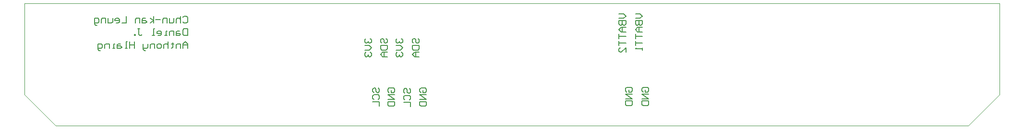
<source format=gbo>
%FSLAX25Y25*%
%MOIN*%
G70*
G01*
G75*
G04 Layer_Color=32896*
%ADD10O,0.08661X0.02362*%
%ADD11R,0.03543X0.05118*%
%ADD12R,0.02362X0.05512*%
%ADD13R,0.05118X0.03543*%
%ADD14R,0.04921X0.05906*%
%ADD15R,0.02362X0.05906*%
%ADD16C,0.00100*%
%ADD17C,0.01000*%
%ADD18C,0.07874*%
%ADD19C,0.06500*%
%ADD20C,0.00098*%
%ADD21C,0.18740*%
%ADD22R,0.06654X0.06654*%
%ADD23C,0.06654*%
%ADD24C,0.09843*%
%ADD25R,0.05906X0.05906*%
%ADD26C,0.05906*%
%ADD27C,0.23622*%
%ADD28C,0.11811*%
%ADD29C,0.02362*%
%ADD30C,0.05000*%
%ADD31C,0.00984*%
%ADD32C,0.02362*%
%ADD33C,0.00787*%
%ADD34C,0.00591*%
%ADD35O,0.09461X0.03162*%
%ADD36R,0.04343X0.05918*%
%ADD37R,0.05918X0.04343*%
%ADD38R,0.05721X0.06706*%
%ADD39R,0.03162X0.06706*%
%ADD40C,0.19540*%
%ADD41R,0.07453X0.07453*%
%ADD42C,0.07453*%
%ADD43C,0.10642*%
%ADD44R,0.06706X0.06706*%
%ADD45C,0.06706*%
%ADD46C,0.24422*%
%ADD47C,0.12611*%
%ADD48C,0.03162*%
%ADD49C,0.05800*%
D16*
X188976Y10827D02*
X661417D01*
X763779Y32480D02*
Y96457D01*
X742126Y10827D02*
X763779Y32480D01*
X108268Y10827D02*
X742126D01*
X86614Y32480D02*
X108268Y10827D01*
X86614Y96457D02*
X763779D01*
D20*
X86614Y32480D02*
Y96457D01*
D34*
X199803Y78542D02*
Y73819D01*
X197442D01*
X196655Y74606D01*
Y77755D01*
X197442Y78542D01*
X199803D01*
X194293Y76968D02*
X192719D01*
X191932Y76180D01*
Y73819D01*
X194293D01*
X195080Y74606D01*
X194293Y75393D01*
X191932D01*
X190357Y73819D02*
Y76968D01*
X187996D01*
X187209Y76180D01*
Y73819D01*
X185635D02*
X184060D01*
X184847D01*
Y76968D01*
X185635D01*
X179337Y73819D02*
X180912D01*
X181699Y74606D01*
Y76180D01*
X180912Y76968D01*
X179337D01*
X178550Y76180D01*
Y75393D01*
X181699D01*
X176976Y73819D02*
X175402D01*
X176189D01*
Y78542D01*
X176976D01*
X165169D02*
X166743D01*
X165956D01*
Y74606D01*
X166743Y73819D01*
X167530D01*
X168317Y74606D01*
X163594Y73819D02*
Y74606D01*
X162807D01*
Y73819D01*
X163594D01*
X196655Y86613D02*
X197442Y87400D01*
X199016D01*
X199803Y86613D01*
Y83464D01*
X199016Y82677D01*
X197442D01*
X196655Y83464D01*
X195080Y87400D02*
Y82677D01*
Y85039D01*
X194293Y85826D01*
X192719D01*
X191932Y85039D01*
Y82677D01*
X190357Y85826D02*
Y83464D01*
X189570Y82677D01*
X187209D01*
Y85826D01*
X185635Y82677D02*
Y85826D01*
X183273D01*
X182486Y85039D01*
Y82677D01*
X180912Y85039D02*
X177763D01*
X176189Y82677D02*
Y87400D01*
Y84251D02*
X173827Y85826D01*
X176189Y84251D02*
X173827Y82677D01*
X170679Y85826D02*
X169104D01*
X168317Y85039D01*
Y82677D01*
X170679D01*
X171466Y83464D01*
X170679Y84251D01*
X168317D01*
X166743Y82677D02*
Y85826D01*
X164382D01*
X163594Y85039D01*
Y82677D01*
X157297Y87400D02*
Y82677D01*
X154149D01*
X150213D02*
X151787D01*
X152574Y83464D01*
Y85039D01*
X151787Y85826D01*
X150213D01*
X149426Y85039D01*
Y84251D01*
X152574D01*
X147852Y85826D02*
Y83464D01*
X147064Y82677D01*
X144703D01*
Y85826D01*
X143129Y82677D02*
Y85826D01*
X140767D01*
X139980Y85039D01*
Y82677D01*
X136831Y81103D02*
X136044D01*
X135257Y81890D01*
Y85826D01*
X137619D01*
X138406Y85039D01*
Y83464D01*
X137619Y82677D01*
X135257D01*
X329135Y34056D02*
X328348Y34843D01*
Y36418D01*
X329135Y37205D01*
X329922D01*
X330709Y36418D01*
Y34843D01*
X331497Y34056D01*
X332284D01*
X333071Y34843D01*
Y36418D01*
X332284Y37205D01*
X329135Y29333D02*
X328348Y30120D01*
Y31695D01*
X329135Y32482D01*
X332284D01*
X333071Y31695D01*
Y30120D01*
X332284Y29333D01*
X328348Y27759D02*
X333071D01*
Y24610D01*
X323619Y71658D02*
X322832Y70870D01*
Y69296D01*
X323619Y68509D01*
X324407D01*
X325194Y69296D01*
Y70083D01*
Y69296D01*
X325981Y68509D01*
X326768D01*
X327555Y69296D01*
Y70870D01*
X326768Y71658D01*
X322832Y66935D02*
X325981D01*
X327555Y65360D01*
X325981Y63786D01*
X322832D01*
X323619Y62212D02*
X322832Y61425D01*
Y59850D01*
X323619Y59063D01*
X324407D01*
X325194Y59850D01*
Y60637D01*
Y59850D01*
X325981Y59063D01*
X326768D01*
X327555Y59850D01*
Y61425D01*
X326768Y62212D01*
X334643Y68509D02*
X333856Y69296D01*
Y70870D01*
X334643Y71658D01*
X335430D01*
X336217Y70870D01*
Y69296D01*
X337004Y68509D01*
X337792D01*
X338579Y69296D01*
Y70870D01*
X337792Y71658D01*
X333856Y66935D02*
X338579D01*
Y64573D01*
X337792Y63786D01*
X334643D01*
X333856Y64573D01*
Y66935D01*
X338579Y62212D02*
X335430D01*
X333856Y60637D01*
X335430Y59063D01*
X338579D01*
X336217D01*
Y62212D01*
X504726Y34450D02*
X503938Y35237D01*
Y36811D01*
X504726Y37598D01*
X507874D01*
X508661Y36811D01*
Y35237D01*
X507874Y34450D01*
X506300D01*
Y36024D01*
X508661Y32875D02*
X503938D01*
X508661Y29727D01*
X503938D01*
Y28153D02*
X508661D01*
Y25791D01*
X507874Y25004D01*
X504726D01*
X503938Y25791D01*
Y28153D01*
X516143Y34450D02*
X515356Y35237D01*
Y36811D01*
X516143Y37598D01*
X519292D01*
X520079Y36811D01*
Y35237D01*
X519292Y34450D01*
X517717D01*
Y36024D01*
X520079Y32875D02*
X515356D01*
X520079Y29727D01*
X515356D01*
Y28153D02*
X520079D01*
Y25791D01*
X519292Y25004D01*
X516143D01*
X515356Y25791D01*
Y28153D01*
X339765Y34056D02*
X338978Y34843D01*
Y36418D01*
X339765Y37205D01*
X342914D01*
X343701Y36418D01*
Y34843D01*
X342914Y34056D01*
X341339D01*
Y35630D01*
X343701Y32482D02*
X338978D01*
X343701Y29333D01*
X338978D01*
Y27759D02*
X343701D01*
Y25398D01*
X342914Y24610D01*
X339765D01*
X338978Y25398D01*
Y27759D01*
X345273Y71658D02*
X344486Y70870D01*
Y69296D01*
X345273Y68509D01*
X346060D01*
X346847Y69296D01*
Y70083D01*
Y69296D01*
X347634Y68509D01*
X348422D01*
X349209Y69296D01*
Y70870D01*
X348422Y71658D01*
X344486Y66935D02*
X347634D01*
X349209Y65360D01*
X347634Y63786D01*
X344486D01*
X345273Y62212D02*
X344486Y61425D01*
Y59850D01*
X345273Y59063D01*
X346060D01*
X346847Y59850D01*
Y60637D01*
Y59850D01*
X347634Y59063D01*
X348422D01*
X349209Y59850D01*
Y61425D01*
X348422Y62212D01*
X361812Y34056D02*
X361025Y34843D01*
Y36418D01*
X361812Y37205D01*
X364961D01*
X365748Y36418D01*
Y34843D01*
X364961Y34056D01*
X363387D01*
Y35630D01*
X365748Y32482D02*
X361025D01*
X365748Y29333D01*
X361025D01*
Y27759D02*
X365748D01*
Y25398D01*
X364961Y24610D01*
X361812D01*
X361025Y25398D01*
Y27759D01*
X356690Y68509D02*
X355903Y69296D01*
Y70870D01*
X356690Y71658D01*
X357477D01*
X358265Y70870D01*
Y69296D01*
X359052Y68509D01*
X359839D01*
X360626Y69296D01*
Y70870D01*
X359839Y71658D01*
X355903Y66935D02*
X360626D01*
Y64573D01*
X359839Y63786D01*
X356690D01*
X355903Y64573D01*
Y66935D01*
X360626Y62212D02*
X357477D01*
X355903Y60637D01*
X357477Y59063D01*
X360626D01*
X358265D01*
Y62212D01*
X350789Y33662D02*
X350002Y34450D01*
Y36024D01*
X350789Y36811D01*
X351576D01*
X352363Y36024D01*
Y34450D01*
X353150Y33662D01*
X353937D01*
X354724Y34450D01*
Y36024D01*
X353937Y36811D01*
X350789Y28940D02*
X350002Y29727D01*
Y31301D01*
X350789Y32088D01*
X353937D01*
X354724Y31301D01*
Y29727D01*
X353937Y28940D01*
X350002Y27365D02*
X354724D01*
Y24217D01*
X499411Y88976D02*
X502560D01*
X504134Y87402D01*
X502560Y85828D01*
X499411D01*
Y84254D02*
X504134D01*
Y81892D01*
X503347Y81105D01*
X502560D01*
X501772Y81892D01*
Y84254D01*
Y81892D01*
X500985Y81105D01*
X500198D01*
X499411Y81892D01*
Y84254D01*
X504134Y79531D02*
X500985D01*
X499411Y77956D01*
X500985Y76382D01*
X504134D01*
X501772D01*
Y79531D01*
X499411Y74808D02*
Y71659D01*
Y73233D01*
X504134D01*
X499411Y70085D02*
Y66936D01*
Y68511D01*
X504134D01*
Y62213D02*
Y65362D01*
X500985Y62213D01*
X500198D01*
X499411Y63001D01*
Y64575D01*
X500198Y65362D01*
X510828Y88976D02*
X513977D01*
X515551Y87402D01*
X513977Y85828D01*
X510828D01*
Y84254D02*
X515551D01*
Y81892D01*
X514764Y81105D01*
X513977D01*
X513190Y81892D01*
Y84254D01*
Y81892D01*
X512403Y81105D01*
X511615D01*
X510828Y81892D01*
Y84254D01*
X515551Y79531D02*
X512403D01*
X510828Y77956D01*
X512403Y76382D01*
X515551D01*
X513190D01*
Y79531D01*
X510828Y74808D02*
Y71659D01*
Y73233D01*
X515551D01*
X510828Y70085D02*
Y66936D01*
Y68511D01*
X515551D01*
Y65362D02*
Y63788D01*
Y64575D01*
X510828D01*
X511615Y65362D01*
X199803Y64961D02*
Y68109D01*
X198229Y69683D01*
X196655Y68109D01*
Y64961D01*
Y67322D01*
X199803D01*
X195080Y64961D02*
Y68109D01*
X192719D01*
X191932Y67322D01*
Y64961D01*
X189570Y68896D02*
Y68109D01*
X190357D01*
X188783D01*
X189570D01*
Y65748D01*
X188783Y64961D01*
X186422Y69683D02*
Y64961D01*
Y67322D01*
X185635Y68109D01*
X184060D01*
X183273Y67322D01*
Y64961D01*
X180912D02*
X179337D01*
X178550Y65748D01*
Y67322D01*
X179337Y68109D01*
X180912D01*
X181699Y67322D01*
Y65748D01*
X180912Y64961D01*
X176976D02*
Y68109D01*
X174615D01*
X173827Y67322D01*
Y64961D01*
X172253Y68109D02*
Y65748D01*
X171466Y64961D01*
X169104D01*
Y64174D01*
X169892Y63386D01*
X170679D01*
X169104Y64961D02*
Y68109D01*
X162807Y69683D02*
Y64961D01*
Y67322D01*
X159659D01*
Y69683D01*
Y64961D01*
X158084D02*
X156510D01*
X157297D01*
Y69683D01*
X158084D01*
X153361Y68109D02*
X151787D01*
X151000Y67322D01*
Y64961D01*
X153361D01*
X154149Y65748D01*
X153361Y66535D01*
X151000D01*
X149426Y64961D02*
X147852D01*
X148639D01*
Y68109D01*
X149426D01*
X145490Y64961D02*
Y68109D01*
X143129D01*
X142341Y67322D01*
Y64961D01*
X139193Y63386D02*
X138406D01*
X137619Y64174D01*
Y68109D01*
X139980D01*
X140767Y67322D01*
Y65748D01*
X139980Y64961D01*
X137619D01*
M02*

</source>
